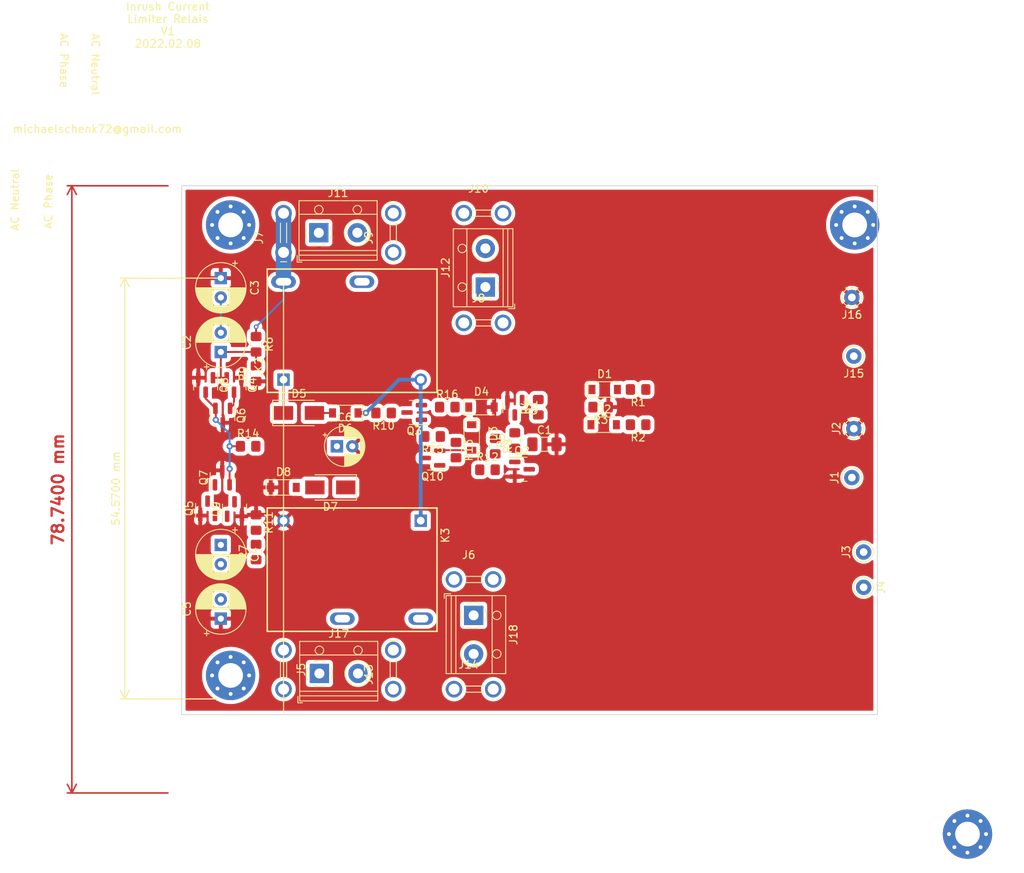
<source format=kicad_pcb>
(kicad_pcb (version 20211014) (generator pcbnew)
  (layers (0 "F.Cu" signal) (31 "B.Cu" signal) (34 "B.Paste" user) (35 "F.Paste" user) (36 "B.SilkS" user "B.Silkscreen") (37 "F.SilkS" user "F.Silkscreen") (38 "B.Mask" user) (39 "F.Mask" user) (44 "Edge.Cuts" user))
  (net 0 "")
  (net 1 "Net-(C1-Pad1)")
  (net 2 "Net-(C2-Pad1)")
  (net 3 "Net-(C2-Pad2)")
  (net 4 "Net-(C4-Pad1)")
  (net 5 "Net-(C4-Pad2)")
  (net 6 "GND")
  (net 7 "Net-(Q1-Pad1)")
  (net 8 "Net-(D5-Pad2)")
  (net 9 "Net-(C6-Pad1)")
  (net 10 "Net-(D1-Pad1)")
  (net 11 "Net-(D7-Pad2)")
  (net 12 "Net-(D1-Pad2)")
  (net 13 "Net-(J3-Pad1)")
  (net 14 "Net-(J12-Pad1)")
  (net 15 "Net-(J10-Pad1)")
  (net 16 "Net-(D2-Pad2)")
  (net 17 "Net-(D3-Pad1)")
  (net 18 "Net-(D3-Pad2)")
  (net 19 "Net-(J4-Pad1)")
  (net 20 "INL+")
  (net 21 "INR+")
  (net 22 "Net-(J13-Pad1)")
  (net 23 "Net-(D5-Pad1)")
  (net 24 "Net-(Q1-Pad3)")
  (net 25 "Net-(Q2-Pad3)")
  (net 26 "Net-(D6-Pad1)")
  (net 27 "Net-(Q3-Pad3)")
  (net 28 "Net-(Q4-Pad3)")
  (net 29 "Net-(Q5-Pad3)")
  (net 30 "Net-(Q6-Pad2)")
  (net 31 "Net-(J18-Pad1)")
  (net 32 "Net-(J15-Pad1)")
  (net 33 "Net-(Q10-Pad3)")
  (footprint "Diode_SMD:D_SOD-123" (layer "F.Cu") (at 95.758 94.996)
    (fp_text reference "D8" (at 0 -2) (layer "F.SilkS"))
    (fp_text value "MMSZ5254 (27V)")
    (pad "1" smd rect (at -1.65 0) (size 0.9 1.2) (layers "F.Cu" "F.Paste" "F.Mask") (net 6 "GND"))
    (pad "2" smd rect (at 1.65 0) (size 0.9 1.2) (layers "F.Cu" "F.Paste" "F.Mask") (net 11 "Net-(D7-Pad2)"))
  )
  (footprint "Resistor_SMD:R_0805_2012Metric_Pad1.20x1.40mm_HandSolder" (layer "F.Cu") (at 92.202 99.552 -90)
    (fp_text reference "R11" (at 0 -1.65 90) (layer "F.SilkS"))
    (fp_text value "22k")
    (pad "1" smd roundrect (at -1 0 270) (size 1.2 1.4) (layers "F.Cu" "F.Paste" "F.Mask") (roundrect_rratio 0.208333) (net 6 "GND"))
    (pad "2" smd roundrect (at 1 0 270) (size 1.2 1.4) (layers "F.Cu" "F.Paste" "F.Mask") (roundrect_rratio 0.208333) (net 4 "Net-(C4-Pad1)"))
  )
  (footprint "Diode_SMD:D_SOD-123" (layer "F.Cu") (at 121.412 84.582)
    (fp_text reference "D4" (at 0 -2) (layer "F.SilkS"))
    (fp_text value "MMSZ5245 (15V)")
    (pad "1" smd rect (at -1.65 0) (size 0.9 1.2) (layers "F.Cu" "F.Paste" "F.Mask") (net 17 "Net-(D3-Pad1)"))
    (pad "2" smd rect (at 1.65 0) (size 0.9 1.2) (layers "F.Cu" "F.Paste" "F.Mask") (net 6 "GND"))
  )
  (footprint "Resistor_SMD:R_0805_2012Metric_Pad1.20x1.40mm_HandSolder" (layer "F.Cu") (at 116.984 84.582)
    (fp_text reference "R16" (at 0 -1.65) (layer "F.SilkS"))
    (fp_text value "47k")
    (pad "1" smd roundrect (at -1 0) (size 1.2 1.4) (layers "F.Cu" "F.Paste" "F.Mask") (roundrect_rratio 0.208333) (net 32 "Net-(J15-Pad1)"))
    (pad "2" smd roundrect (at 1 0) (size 1.2 1.4) (layers "F.Cu" "F.Paste" "F.Mask") (roundrect_rratio 0.208333) (net 17 "Net-(D3-Pad1)"))
  )
  (footprint "Package_TO_SOT_SMD:SOT-23" (layer "F.Cu") (at 89.342 81.7095 -90)
    (fp_text reference "Q4" (at 0 -2.4 90) (layer "F.SilkS"))
    (fp_text value "MMBTA42")
    (pad "1" smd roundrect (at -0.9375 -0.95 270) (size 1.475 0.6) (layers "F.Cu" "F.Paste" "F.Mask") (net 6 "GND"))
    (pad "2" smd roundrect (at -0.9375 0.95 270) (size 1.475 0.6) (layers "F.Cu" "F.Paste" "F.Mask") (net 2 "Net-(C2-Pad1)"))
    (pad "3" smd roundrect (at 0.9375 0 270) (size 1.475 0.6) (layers "F.Cu" "F.Paste" "F.Mask") (net 28 "Net-(Q4-Pad3)"))
  )
  (footprint "Resistor_SMD:R_0805_2012Metric_Pad1.20x1.40mm_HandSolder" (layer "F.Cu") (at 118.11 90.154 -90)
    (fp_text reference "R13" (at 0 -1.65 90) (layer "F.SilkS"))
    (fp_text value "220k")
    (pad "1" smd roundrect (at -1 0 270) (size 1.2 1.4) (layers "F.Cu" "F.Paste" "F.Mask") (roundrect_rratio 0.208333) (net 32 "Net-(J15-Pad1)"))
    (pad "2" smd roundrect (at 1 0 270) (size 1.2 1.4) (layers "F.Cu" "F.Paste" "F.Mask") (roundrect_rratio 0.208333) (net 9 "Net-(C6-Pad1)"))
  )
  (footprint "TerminalBlock_RND:TerminalBlock_RND_205-00012_1x02_P5.00mm_Horizontal" (layer "F.Cu") (at 121.92 69.008 90)
    (fp_text reference "J12" (at 2.5 -5.16 90) (layer "F.SilkS"))
    (fp_text value "OUTR")
    (pad "1" thru_hole rect (at 0 0 90) (size 2.5 2.5) (drill 1.3) (layers *.Cu *.Mask) (net 14 "Net-(J12-Pad1)"))
    (pad "2" thru_hole circle (at 5 0 90) (size 2.5 2.5) (drill 1.3) (layers *.Cu *.Mask) (net 15 "Net-(J10-Pad1)"))
  )
  (footprint "Resistor_SMD:R_0805_2012Metric_Pad1.20x1.40mm_HandSolder" (layer "F.Cu") (at 122.19 92.71)
    (fp_text reference "R12" (at 0 -1.65) (layer "F.SilkS"))
    (fp_text value "100R")
    (pad "1" smd roundrect (at -1 0) (size 1.2 1.4) (layers "F.Cu" "F.Paste" "F.Mask") (roundrect_rratio 0.208333) (net 9 "Net-(C6-Pad1)"))
    (pad "2" smd roundrect (at 1 0) (size 1.2 1.4) (layers "F.Cu" "F.Paste" "F.Mask") (roundrect_rratio 0.208333) (net 25 "Net-(Q2-Pad3)"))
  )
  (footprint "kicad-snk:TE_62409-1" (layer "F.Cu") (at 121.666 73.66)
    (fp_text reference "J8" (at -0.636045 -3.180265) (layer "F.SilkS") (effects (font (size 1.001661 1.001661))))
    (fp_text value "OUTR+")
    (pad "1" thru_hole circle (at -2.54 0) (size 2.145 2.145) (drill 1.43) (layers *.Cu *.Mask) (net 14 "Net-(J12-Pad1)"))
    (pad "2" thru_hole circle (at 2.54 0) (size 2.145 2.145) (drill 1.43) (layers *.Cu *.Mask) (net 14 "Net-(J12-Pad1)"))
  )
  (footprint "Resistor_SMD:R_0805_2012Metric_Pad1.20x1.40mm_HandSolder" (layer "F.Cu") (at 141.716 86.868 180)
    (fp_text reference "R2" (at 0 -1.65) (layer "F.SilkS"))
    (fp_text value "22k")
    (pad "1" smd roundrect (at -1 0 180) (size 1.2 1.4) (layers "F.Cu" "F.Paste" "F.Mask") (roundrect_rratio 0.208333) (net 19 "Net-(J4-Pad1)"))
    (pad "2" smd roundrect (at 1 0 180) (size 1.2 1.4) (layers "F.Cu" "F.Paste" "F.Mask") (roundrect_rratio 0.208333) (net 16 "Net-(D2-Pad2)"))
  )
  (footprint "Package_TO_SOT_SMD:SOT-23" (layer "F.Cu") (at 87.884 85.6765 -90)
    (fp_text reference "Q6" (at 0 -2.4 90) (layer "F.SilkS"))
    (fp_text value "MMBTA92")
    (pad "1" smd roundrect (at -0.9375 -0.95 270) (size 1.475 0.6) (layers "F.Cu" "F.Paste" "F.Mask") (net 28 "Net-(Q4-Pad3)"))
    (pad "2" smd roundrect (at -0.9375 0.95 270) (size 1.475 0.6) (layers "F.Cu" "F.Paste" "F.Mask") (net 30 "Net-(Q6-Pad2)"))
    (pad "3" smd roundrect (at 0.9375 0 270) (size 1.475 0.6) (layers "F.Cu" "F.Paste" "F.Mask") (net 6 "GND"))
  )
  (footprint "Resistor_SMD:R_0805_2012Metric_Pad1.20x1.40mm_HandSolder" (layer "F.Cu") (at 91.17 89.662)
    (fp_text reference "R14" (at 0 -1.65) (layer "F.SilkS"))
    (fp_text value "10R")
    (pad "1" smd roundrect (at -1 0) (size 1.2 1.4) (layers "F.Cu" "F.Paste" "F.Mask") (roundrect_rratio 0.208333) (net 30 "Net-(Q6-Pad2)"))
    (pad "2" smd roundrect (at 1 0) (size 1.2 1.4) (layers "F.Cu" "F.Paste" "F.Mask") (roundrect_rratio 0.208333) (net 9 "Net-(C6-Pad1)"))
  )
  (footprint "Capacitor_THT:CP_Radial_D6.3mm_P2.50mm" (layer "F.Cu") (at 87.63 67.858 -90)
    (fp_text reference "C3" (at 1.25 -4.4 90) (layer "F.SilkS"))
    (fp_text value "47uF/50V")
    (pad "1" thru_hole rect (at 0 0 270) (size 1.6 1.6) (drill 0.8) (layers *.Cu *.Mask) (net 6 "GND"))
    (pad "2" thru_hole circle (at 2.5 0 270) (size 1.6 1.6) (drill 0.8) (layers *.Cu *.Mask) (net 3 "Net-(C2-Pad2)"))
  )
  (footprint "Connector_Pin:Pin_D1.0mm_L10.0mm" (layer "F.Cu") (at 169.672 87.376 -90)
    (fp_text reference "J2" (at 0 2.25 -90) (layer "F.SilkS"))
    (fp_text value "AC_DET_GND")
    (pad "1" thru_hole circle (at 0 0 270) (size 2 2) (drill 1) (layers *.Cu *.Mask) (net 6 "GND"))
  )
  (footprint "kicad-snk:TE_62409-1" (layer "F.Cu") (at 120.396 121.158)
    (fp_text reference "J14" (at -0.636045 -3.180265) (layer "F.SilkS") (effects (font (size 1.001661 1.001661))))
    (fp_text value "OUTL-")
    (pad "1" thru_hole circle (at -2.54 0) (size 2.145 2.145) (drill 1.43) (layers *.Cu *.Mask) (net 22 "Net-(J13-Pad1)"))
    (pad "2" thru_hole circle (at 2.54 0) (size 2.145 2.145) (drill 1.43) (layers *.Cu *.Mask) (net 22 "Net-(J13-Pad1)"))
  )
  (footprint "Connector_Pin:Pin_D1.0mm_L10.0mm" (layer "F.Cu") (at 170.942 107.95 90)
    (fp_text reference "J4" (at 0 2.25 90) (layer "F.SilkS"))
    (fp_text value "AC_DET_AC")
    (pad "1" thru_hole circle (at 0 0 90) (size 2 2) (drill 1) (layers *.Cu *.Mask) (net 19 "Net-(J4-Pad1)"))
  )
  (footprint "Connector_Pin:Pin_D1.0mm_L10.0mm" (layer "F.Cu") (at 169.418 93.726 -90)
    (fp_text reference "J1" (at 0 2.25 -90) (layer "F.SilkS"))
    (fp_text value "AC_DET_IN")
    (pad "1" thru_hole circle (at 0 0 270) (size 2 2) (drill 1) (layers *.Cu *.Mask) (net 10 "Net-(D1-Pad1)"))
  )
  (footprint "Resistor_SMD:R_0805_2012Metric_Pad1.20x1.40mm_HandSolder" (layer "F.Cu") (at 123.19 89.646 -90)
    (fp_text reference "R8" (at 0 -1.65 -90) (layer "F.SilkS"))
    (fp_text value "100k")
    (pad "1" smd roundrect (at -1 0 270) (size 1.2 1.4) (layers "F.Cu" "F.Paste" "F.Mask") (roundrect_rratio 0.208333) (net 32 "Net-(J15-Pad1)"))
    (pad "2" smd roundrect (at 1 0 270) (size 1.2 1.4) (layers "F.Cu" "F.Paste" "F.Mask") (roundrect_rratio 0.208333) (net 1 "Net-(C1-Pad1)"))
  )
  (footprint "TerminalBlock_RND:TerminalBlock_RND_205-00012_1x02_P5.00mm_Horizontal" (layer "F.Cu") (at 100.33 61.976)
    (fp_text reference "J11" (at 2.5 -5.16) (layer "F.SilkS"))
    (fp_text value "INR")
    (pad "1" thru_hole rect (at 0 0) (size 2.5 2.5) (drill 1.3) (layers *.Cu *.Mask) (net 21 "INR+"))
    (pad "2" thru_hole circle (at 5 0) (size 2.5 2.5) (drill 1.3) (layers *.Cu *.Mask) (net 15 "Net-(J10-Pad1)"))
  )
  (footprint "Connector_Pin:Pin_D1.0mm_L10.0mm" (layer "F.Cu") (at 170.942 103.378 -90)
    (fp_text reference "J3" (at 0 2.25 -90) (layer "F.SilkS"))
    (fp_text value "AC_DET_AC")
    (pad "1" thru_hole circle (at 0 0 270) (size 2 2) (drill 1) (layers *.Cu *.Mask) (net 13 "Net-(J3-Pad1)"))
  )
  (footprint "Connector_Pin:Pin_D1.0mm_L10.0mm" (layer "F.Cu") (at 169.418 70.358)
    (fp_text reference "J16" (at 0 2.25) (layer "F.SilkS"))
    (fp_text value "GND")
    (pad "1" thru_hole circle (at 0 0) (size 2 2) (drill 1) (layers *.Cu *.Mask) (net 6 "GND"))
  )
  (footprint "Resistor_SMD:R_0805_2012Metric_Pad1.20x1.40mm_HandSolder" (layer "F.Cu") (at 108.728 85.344 180)
    (fp_text reference "R10" (at 0 -1.65) (layer "F.SilkS"))
    (fp_text value "100R")
    (pad "1" smd roundrect (at -1 0 180) (size 1.2 1.4) (layers "F.Cu" "F.Paste" "F.Mask") (roundrect_rratio 0.208333) (net 27 "Net-(Q3-Pad3)"))
    (pad "2" smd roundrect (at 1 0 180) (size 1.2 1.4) (layers "F.Cu" "F.Paste" "F.Mask") (roundrect_rratio 0.208333) (net 23 "Net-(D5-Pad1)"))
  )
  (footprint "TerminalBlock_RND:TerminalBlock_RND_205-00012_1x02_P5.00mm_Horizontal" (layer "F.Cu") (at 120.396 111.586 -90)
    (fp_text reference "J18" (at 2.5 -5.16 90) (layer "F.SilkS"))
    (fp_text value "OUTL")
    (pad "1" thru_hole rect (at 0 0 270) (size 2.5 2.5) (drill 1.3) (layers *.Cu *.Mask) (net 31 "Net-(J18-Pad1)"))
    (pad "2" thru_hole circle (at 5 0 270) (size 2.5 2.5) (drill 1.3) (layers *.Cu *.Mask) (net 22 "Net-(J13-Pad1)"))
  )
  (footprint "kicad-snk:TE_62409-1" (layer "F.Cu") (at 109.982 118.618 90)
    (fp_text reference "J13" (at -0.636045 -3.180265 90) (layer "F.SilkS") (effects (font (size 1.001661 1.001661))))
    (fp_text value "INL-")
    (pad "1" thru_hole circle (at -2.54 0 90) (size 2.145 2.145) (drill 1.43) (layers *.Cu *.Mask) (net 22 "Net-(J13-Pad1)"))
    (pad "2" thru_hole circle (at 2.54 0 90) (size 2.145 2.145) (drill 1.43) (layers *.Cu *.Mask) (net 22 "Net-(J13-Pad1)"))
  )
  (footprint "Package_TO_SOT_SMD:SOT-23" (layer "F.Cu") (at 85.918 97.7115 90)
    (fp_text reference "Q5" (at 0 -2.4 90) (layer "F.SilkS"))
    (fp_text value "MMBTA42")
    (pad "1" smd roundrect (at -0.9375 -0.95 90) (size 1.475 0.6) (layers "F.Cu" "F.Paste" "F.Mask") (net 6 "GND"))
    (pad "2" smd roundrect (at -0.9375 0.95 90) (size 1.475 0.6) (layers "F.Cu" "F.Paste" "F.Mask") (net 4 "Net-(C4-Pad1)"))
    (pad "3" smd roundrect (at 0.9375 0 90) (size 1.475 0.6) (layers "F.Cu" "F.Paste" "F.Mask") (net 29 "Net-(Q5-Pad3)"))
  )
  (footprint "Package_TO_SOT_SMD:SOT-23" (layer "F.Cu") (at 112.6975 85.278 180)
    (fp_text reference "Q3" (at 0 -2.4) (layer "F.SilkS"))
    (fp_text value "MMBTA92")
    (pad "1" smd roundrect (at -0.9375 -0.95 180) (size 1.475 0.6) (layers "F.Cu" "F.Paste" "F.Mask") (net 33 "Net-(Q10-Pad3)"))
    (pad "2" smd roundrect (at -0.9375 0.95 180) (size 1.475 0.6) (layers "F.Cu" "F.Paste" "F.Mask") (net 32 "Net-(J15-Pad1)"))
    (pad "3" smd roundrect (at 0.9375 0 180) (size 1.475 0.6) (layers "F.Cu" "F.Paste" "F.Mask") (net 27 "Net-(Q3-Pad3)"))
  )
  (footprint "MountingHole:MountingHole_3.2mm_M3_Pad_Via" (layer "F.Cu") (at 88.9 60.96)
    (fp_text reference "MK1" hide)
    (fp_text value "Mounting_Hole_PAD")
    (pad "1" thru_hole circle (at 0 2.4) (size 0.8 0.8) (drill 0.5) (layers *.Cu *.Mask))
    (pad "1" thru_hole circle (at -2.4 0) (size 0.8 0.8) (drill 0.5) (layers *.Cu *.Mask))
    (pad "1" thru_hole circle (at 0 0) (size 6.4 6.4) (drill 3.2) (layers *.Cu *.Mask))
    (pad "1" thru_hole circle (at -1.697056 1.697056) (size 0.8 0.8) (drill 0.5) (layers *.Cu *.Mask))
    (pad "1" thru_hole circle (at 0 -2.4) (size 0.8 0.8) (drill 0.5) (layers *.Cu *.Mask))
    (pad "1" thru_hole circle (at 1.697056 1.697056) (size 0.8 0.8) (drill 0.5) (layers *.Cu *.Mask))
    (pad "1" thru_hole circle (at 1.697056 -1.697056) (size 0.8 0.8) (drill 0.5) (layers *.Cu *.Mask))
    (pad "1" thru_hole circle (at -1.697056 -1.697056) (size 0.8 0.8) (drill 0.5) (layers *.Cu *.Mask))
    (pad "1" thru_hole circle (at 2.4 0) (size 0.8 0.8) (drill 0.5) (layers *.Cu *.Mask))
  )
  (footprint "Package_TO_SOT_SMD:SOT-23" (layer "F.Cu") (at 125.73 84.6605 -90)
    (fp_text reference "Q1" (at 0 -2.4 -270) (layer "F.SilkS"))
    (fp_text value "MMBTA42")
    (pad "1" smd roundrect (at -0.9375 -0.95 270) (size 1.475 0.6) (layers "F.Cu" "F.Paste" "F.Mask") (net 7 "Net-(Q1-Pad1)"))
    (pad "2" smd roundrect (at -0.9375 0.95 270) (size 1.475 0.6) (layers "F.Cu" "F.Paste" "F.Mask") (net 6 "GND"))
    (pad "3" smd roundrect (at 0.9375 0 270) (size 1.475 0.6) (layers "F.Cu" "F.Paste" "F.Mask") (net 24 "Net-(Q1-Pad3)"))
  )
  (footprint "kicad-snk:TE_62409-1" (layer "F.Cu") (at 121.666 59.436)
    (fp_text reference "J10" (at -0.636045 -3.180265) (layer "F.SilkS") (effects (font (size 1.001661 1.001661))))
    (fp_text value "OUTR-")
    (pad "1" thru_hole circle (at -2.54 0) (size 2.145 2.145) (drill 1.43) (layers *.Cu *.Mask) (net 15 "Net-(J10-Pad1)"))
    (pad "2" thru_hole circle (at 2.54 0) (size 2.145 2.145) (drill 1.43) (layers *.Cu *.Mask) (net 15 "Net-(J10-Pad1)"))
  )
  (footprint "Package_TO_SOT_SMD:SOT-23" (layer "F.Cu") (at 126.6675 92.644)
    (fp_text reference "Q2" (at 0 -2.4) (layer "F.SilkS"))
    (fp_text value "MMBTA42")
    (pad "1" smd roundrect (at -0.9375 -0.95) (size 1.475 0.6) (layers "F.Cu" "F.Paste" "F.Mask") (net 1 "Net-(C1-Pad1)"))
    (pad "2" smd roundrect (at -0.9375 0.95) (size 1.475 0.6) (layers "F.Cu" "F.Paste" "F.Mask") (net 6 "GND"))
    (pad "3" smd roundrect (at 0.9375 0) (size 1.475 0.6) (layers "F.Cu" "F.Paste" "F.Mask") (net 25 "Net-(Q2-Pad3)"))
  )
  (footprint "TerminalBlock_RND:TerminalBlock_RND_205-00012_1x02_P5.00mm_Horizontal" (layer "F.Cu") (at 100.41 119.126)
    (fp_text reference "J17" (at 2.5 -5.16) (layer "F.SilkS"))
    (fp_text value "INL")
    (pad "1" thru_hole rect (at 0 0) (size 2.5 2.5) (drill 1.3) (layers *.Cu *.Mask) (net 20 "INL+"))
    (pad "2" thru_hole circle (at 5 0) (size 2.5 2.5) (drill 1.3) (layers *.Cu *.Mask) (net 22 "Net-(J13-Pad1)"))
  )
  (footprint "Resistor_SMD:R_0805_2012Metric_Pad1.20x1.40mm_HandSolder" (layer "F.Cu") (at 92.202 76.438 -90)
    (fp_text reference "R6" (at 0 -1.65 -270) (layer "F.SilkS"))
    (fp_text value "47k")
    (pad "1" smd roundrect (at -1 0 270) (size 1.2 1.4) (layers "F.Cu" "F.Paste" "F.Mask") (roundrect_rratio 0.208333) (net 21 "INR+"))
    (pad "2" smd roundrect (at 1 0 270) (size 1.2 1.4) (layers "F.Cu" "F.Paste" "F.Mask") (roundrect_rratio 0.208333) (net 2 "Net-(C2-Pad1)"))
  )
  (footprint "kicad-snk:TE_62409-1" (layer "F.Cu") (at 120.396 106.934)
    (fp_text reference "J6" (at -0.636045 -3.180265) (layer "F.SilkS") (effects (font (size 1.001661 1.001661))))
    (fp_text value "OUTL+")
    (pad "1" thru_hole circle (at -2.54 0) (size 2.145 2.145) (drill 1.43) (layers *.Cu *.Mask) (net 31 "Net-(J18-Pad1)"))
    (pad "2" thru_hole circle (at 2.54 0) (size 2.145 2.145) (drill 1.43) (layers *.Cu *.Mask) (net 31 "Net-(J18-Pad1)"))
  )
  (footprint "MountingHole:MountingHole_3.2mm_M3_Pad_Via" (layer "F.Cu") (at 169.781077 60.96)
    (fp_text reference "MK4" hide)
    (fp_text value "Mounting_Hole_PAD")
    (pad "1" thru_hole circle (at -1.697056 -1.697056) (size 0.8 0.8) (drill 0.5) (layers *.Cu *.Mask))
    (pad "1" thru_hole circle (at 0 2.4) (size 0.8 0.8) (drill 0.5) (layers *.Cu *.Mask))
    (pad "1" thru_hole circle (at 2.4 0) (size 0.8 0.8) (drill 0.5) (layers *.Cu *.Mask))
    (pad "1" thru_hole circle (at -2.4 0) (size 0.8 0.8) (drill 0.5) (layers *.Cu *.Mask))
    (pad "1" thru_hole circle (at -1.697056 1.697056) (size 0.8 0.8) (drill 0.5) (layers *.Cu *.Mask))
    (pad "1" thru_hole circle (at 1.697056 1.697056) (size 0.8 0.8) (drill 0.5) (layers *.Cu *.Mask))
    (pad "1" thru_hole circle (at 0 -2.4) (size 0.8 0.8) (drill 0.5) (layers *.Cu *.Mask))
    (pad "1" thru_hole circle (at 0 0) (size 6.4 6.4) (drill 3.2) (layers *.Cu *.Mask))
    (pad "1" thru_hole circle (at 1.697056 -1.697056) (size 0.8 0.8) (drill 0.5) (layers *.Cu *.Mask))
  )
  (footprint "Capacitor_THT:CP_Radial_D6.3mm_P2.50mm" (layer "F.Cu") (at 87.63 77.43 90)
    (fp_text reference "C2" (at 1.25 -4.4 90) (layer "F.SilkS"))
    (fp_text value "47uF/50V")
    (pad "1" thru_hole rect (at 0 0 90) (size 1.6 1.6) (drill 0.8) (layers *.Cu *.Mask) (net 2 "Net-(C2-Pad1)"))
    (pad "2" thru_hole circle (at 2.5 0 90) (size 1.6 1.6) (drill 0.8) (layers *.Cu *.Mask) (net 3 "Net-(C2-Pad2)"))
  )
  (footprint "Capacitor_THT:CP_Radial_D5.0mm_P2.00mm" (layer "F.Cu") (at 102.676888 89.662)
    (fp_text reference "C6" (at 1 -3.75) (layer "F.SilkS"))
    (fp_text value "22uF/50V")
    (pad "1" thru_hole rect (at 0 0) (size 1.6 1.6) (drill 0.8) (layers *.Cu *.Mask) (net 9 "Net-(C6-Pad1)"))
    (pad "2" thru_hole circle (at 2 0) (size 1.6 1.6) (drill 0.8) (layers *.Cu *.Mask) (net 6 "GND"))
  )
  (footprint "Diode_SMD:D_SOD-123" (layer "F.Cu") (at 137.382 82.296)
    (fp_text reference "D1" (at 0 -2) (layer "F.SilkS"))
    (fp_text value "1N914")
    (pad "1" smd rect (at -1.65 0) (size 0.9 1.2) (layers "F.Cu" "F.Paste" "F.Mask") (net 10 "Net-(D1-Pad1)"))
    (pad "2" smd rect (at 1.65 0) (size 0.9 1.2) (layers "F.Cu" "F.Paste" "F.Mask") (net 12 "Net-(D1-Pad2)"))
  )
  (footprint "Resistor_SMD:R_0805_2012Metric_Pad1.20x1.40mm_HandSolder" (layer "F.Cu") (at 128.778 84.598 90)
    (fp_text reference "R4" (at 0 -1.65 90) (layer "F.SilkS"))
    (fp_text value "100R")
    (pad "1" smd roundrect (at -1 0 90) (size 1.2 1.4) (layers "F.Cu" "F.Paste" "F.Mask") (roundrect_rratio 0.208333) (net 10 "Net-(D1-Pad1)"))
    (pad "2" smd roundrect (at 1 0 90) (size 1.2 1.4) (layers "F.Cu" "F.Paste" "F.Mask") (roundrect_rratio 0.208333) (net 7 "Net-(Q1-Pad1)"))
  )
  (footprint "kicad-snk:TE_62409-1" (layer "F.Cu") (at 95.758 61.976 90)
    (fp_text reference "J7" (at -0.636045 -3.180265 90) (layer "F.SilkS") (effects (font (size 1.001661 1.001661))))
    (fp_text value "INR+")
    (pad "1" thru_hole circle (at -2.54 0 90) (size 2.145 2.145) (drill 1.43) (layers *.Cu *.Mask) (net 21 "INR+"))
    (pad "2" thru_hole circle (at 2.54 0 90) (size 2.145 2.145) (drill 1.43) (layers *.Cu *.Mask) (net 21 "INR+"))
  )
  (footprint "Capacitor_SMD:C_1206_3216Metric_Pad1.33x1.80mm_HandSolder" (layer "F.Cu") (at 129.5785 89.408)
    (fp_text reference "C1" (at 0 -1.85) (layer "F.SilkS"))
    (fp_text value "470nF")
    (pad "1" smd roundrect (at -1.5625 0) (size 1.325 1.8) (layers "F.Cu" "F.Paste" "F.Mask") (roundrect_rratio 0.188679) (net 1 "Net-(C1-Pad1)"))
    (pad "2" smd roundrect (at 1.5625 0) (size 1.325 1.8) (layers "F.Cu" "F.Paste" "F.Mask") (roundrect_rratio 0.188679) (net 6 "GND"))
  )
  (footprint "Resistor_SMD:R_0805_2012Metric_Pad1.20x1.40mm_HandSolder" (layer "F.Cu") (at 125.73 88.916 90)
    (fp_text reference "R5" (at 0 -1.778 90) (layer "F.SilkS"))
    (fp_text value "100R")
    (pad "1" smd roundrect (at -1 0 90) (size 1.2 1.4) (layers "F.Cu" "F.Paste" "F.Mask") (roundrect_rratio 0.208333) (net 1 "Net-(C1-Pad1)"))
    (pad "2" smd roundrect (at 1 0 90) (size 1.2 1.4) (layers "F.Cu" "F.Paste" "F.Mask") (roundrect_rratio 0.208333) (net 24 "Net-(Q1-Pad3)"))
  )
  (footprint "Connector_Pin:Pin_D1.0mm_L10.0mm" (layer "F.Cu") (at 169.672 77.978)
    (fp_text reference "J15" (at 0 2.25) (layer "F.SilkS"))
    (fp_text value "+50V")
    (pad "1" thru_hole circle (at 0 0) (size 2 2) (drill 1) (layers *.Cu *.Mask) (net 32 "Net-(J15-Pad1)"))
  )
  (footprint "Resistor_SMD:R_0805_2012Metric_Pad1.20x1.40mm_HandSolder" (layer "F.Cu") (at 136.858 84.582 180)
    (fp_text reference "R3" (at 0 -1.65) (layer "F.SilkS"))
    (fp_text value "10k")
    (pad "1" smd roundrect (at -1 0 180) (size 1.2 1.4) (layers "F.Cu" "F.Paste" "F.Mask") (roundrect_rratio 0.208333) (net 6 "GND"))
    (pad "2" smd roundrect (at 1 0 180) (size 1.2 1.4) (layers "F.Cu" "F.Paste" "F.Mask") (roundrect_rratio 0.208333) (net 10 "Net-(D1-Pad1)"))
  )
  (footprint "Resistor_SMD:R_0805_2012Metric_Pad1.20x1.40mm_HandSolder" (layer "F.Cu") (at 115.078 88.392 180)
    (fp_text reference "R15" (at 0 -1.65) (layer "F.SilkS"))
    (fp_text value "6.8k")
    (pad "1" smd roundrect (at -1 0 180) (size 1.2 1.4) (layers "F.Cu" "F.Paste" "F.Mask") (roundrect_rratio 0.208333) (net 32 "Net-(J15-Pad1)"))
    (pad "2" smd roundrect (at 1 0 180) (size 1.2 1.4) (layers "F.Cu" "F.Paste" "F.Mask") (roundrect_rratio 0.208333) (net 33 "Net-(Q10-Pad3)"))
  )
  (footprint "Package_TO_SOT_SMD:SOT-23" (layer "F.Cu") (at 89.408 97.799863 90)
    (fp_text reference "Q9" (at 0 -2.4 90) (layer "F.SilkS"))
    (fp_text value "MMBTA42")
    (pad "1" smd roundrect (at -0.9375 -0.95 90) (size 1.475 0.6) (layers "F.Cu" "F.Paste" "F.Mask") (net 4 "Net-(C4-Pad1)"))
    (pad "2" smd roundrect (at -0.9375 0.95 90) (size 1.475 0.6) (layers "F.Cu" "F.Paste" "F.Mask") (net 6 "GND"))
    (pad "3" smd roundrect (at 0.9375 0 90) (size 1.475 0.6) (layers "F.Cu" "F.Paste" "F.Mask") (net 30 "Net-(Q6-Pad2)"))
  )
  (footprint "Diode_SMD:D_SOD-123" (layer "F.Cu") (at 120.142 88.52 -90)
    (fp_text reference "D3" (at -0.508 -2.794 90) (layer "F.SilkS"))
    (fp_text value "1N914")
    (pad "1" smd rect (at -1.65 0 270) (size 0.9 1.2) (layers "F.Cu" "F.Paste" "F.Mask") (net 17 "Net-(D3-Pad1)"))
    (pad "2" smd rect (at 1.65 0 270) (size 0.9 1.2) (layers "F.Cu" "F.Paste" "F.Mask") (net 18 "Net-(D3-Pad2)"))
  )
  (footprint "kicad-snk:TE_62409-1" (layer "F.Cu") (at 109.982 61.976 90)
    (fp_text reference "J9" (at -0.636045 -3.180265 90) (layer "F.SilkS") (effects (font (size 1.001661 1.001661))))
    (fp_text value "INR-")
    (pad "1" thru_hole circle (at -2.54 0 90) (size 2.145 2.145) (drill 1.43) (layers *.Cu *.Mask) (net 15 "Net-(J10-Pad1)"))
    (pad "2" thru_hole circle (at 2.54 0 90) (size 2.145 2.145) (drill 1.43) (layers *.Cu *.Mask) (net 15 "Net-(J10-Pad1)"))
  )
  (footprint "kicad-snk:TE_62409-1" (layer "F.Cu") (at 95.758 118.618 90)
    (fp_text reference "J5" (at 0 2.286 270) (layer "F.SilkS") (effects (font (size 1.001661 1.001661))))
    (fp_text value "INL+")
    (pad "1" thru_hole circle (at -2.54 0 90) (size 2.145 2.145) (drill 1.43) (layers *.Cu *.Mask) (net 20 "INL+"))
    (pad "2" thru_hole circle (at 2.54 0 90) (size 2.145 2.145) (drill 1.43) (layers *.Cu *.Mask) (net 20 "INL+"))
  )
  (footprint "Capacitor_THT:CP_Radial_D6.3mm_P2.50mm" (layer "F.Cu") (at 87.63 102.449621 -90)
    (fp_text reference "C4" (at 1.25 -4.4 90) (layer "F.SilkS"))
    (fp_text value "47uF/50V")
    (pad "1" thru_hole rect (at 0 0 270) (size 1.6 1.6) (drill 0.8) (layers *.Cu *.Mask) (net 4 "Net-(C4-Pad1)"))
    (pad "2" thru_hole circle (at 2.5 0 270) (size 1.6 1.6) (drill 0.8) (layers *.Cu *.Mask) (net 5 "Net-(C4-Pad2)"))
  )
  (footprint "Package_TO_SOT_SMD:SOT-23" (layer "F.Cu") (at 115.062 91.186 180)
    (fp_text reference "Q10" (at 0 -2.4) (layer "F.SilkS"))
    (fp_text value "MMBTA42")
    (pad "1" smd roundrect (at -0.9375 -0.95 180) (size 1.475 0.6) (layers "F.Cu" "F.Paste" "F.Mask") (net 9 "Net-(C6-Pad1)"))
    (pad "2" smd roundrect (at -0.9375 0.95 180) (size 1.475 0.6) (layers "F.Cu" "F.Paste" "F.Mask") (net 18 "Net-(D3-Pad2)"))
    (pad "3" smd roundrect (at 0.9375 0 180) (size 1.475 0.6) (layers "F.Cu" "F.Paste" "F.Mask") (net 33 "Net-(Q10-Pad3)"))
  )
  (footprint "kicad-snk:RELAY_G5CA-1A-E-DC5" (layer "F.Cu") (at 104.648 74.676 90)
    (fp_text reference "K2" (at -4.448055 -12.073235 90) (layer "F.SilkS") (effects (font (size 1.000685 1.000685))))
    (fp_text value "G5CA-1A-E-DC5")
    (pad "1" thru_hole rect (at -6.35 -8.89 90) (size 1.6 1.6) (drill 1) (layers *.Cu *.Mask) (net 23 "Net-(D5-Pad1)"))
    (pad "2" thru_hole circle (at -6.35 8.89 90) (size 1.6 1.6) (drill 1) (layers *.Cu *.Mask) (net 26 "Net-(D6-Pad1)"))
    (pad "3" thru_hole oval (at 6.35 1.27 90) (size 1.6 3.2) (drill oval 1 2) (layers *.Cu *.Mask) (net 14 "Net-(J12-Pad1)"))
    (pad "4" thru_hole oval (at 6.35 -8.89 90) (size 1.6 3.2) (drill oval 1 2) (layers *.Cu *.Mask) (net 21 "INR+"))
  )
  (footprint "Diode_SMD:D_SMA" (layer "F.Cu") (at 101.822 94.996 180)
    (fp_text reference "D7" (at 0 -2.5) (layer "F.SilkS"))
    (fp_text value "MRA4007T3G")
    (pad "1" smd rect (at -2 0 180) (size 2.5 1.8) (layers "F.Cu" "F.Paste" "F.Mask") (net 26 "Net-(D6-Pad1)"))
    (pad "2" smd rect (at 2 0 180) (size 2.5 1.8) (layers "F.Cu" "F.Paste" "F.Mask") (net 11 "Net-(D7-Pad2)"))
  )
  (footprint "Resistor_SMD:R_0805_2012Metric_Pad1.20x1.40mm_HandSolder" (layer "F.Cu") (at 92.202 103.378 90)
    (fp_text reference "R7" (at 0 -1.65 90) (layer "F.SilkS"))
    (fp_text value "47k")
    (pad "1" smd roundrect (at -1 0 90) (size 1.2 1.4) (layers "F.Cu" "F.Paste" "F.Mask") (roundrect_rratio 0.208333) (net 20 "INL+"))
    (pad "2" smd roundrect (at 1 0 90) (size 1.2 1.4) (layers "F.Cu" "F.Paste" "F.Mask") (roundrect_rratio 0.208333) (net 4 "Net-(C4-Pad1)"))
  )
  (footprint "Resistor_SMD:R_0805_2012Metric_Pad1.20x1.40mm_HandSolder" (layer "F.Cu") (at 92.202 80.248 90)
    (fp_text reference "R9" (at 0 -1.65 90) (layer "F.SilkS"))
    (fp_text value "22k")
    (pad "1" smd roundrect (at -1 0 90) (size 1.2 1.4) (layers "F.Cu" "F.Paste" "F.Mask") (roundrect_rratio 0.208333) (net 6 "GND"))
    (pad "2" smd roundrect (at 1 0 90) (size 1.2 1.4) (layers "F.Cu" "F.Paste" "F.Mask") (roundrect_rratio 0.208333) (net 2 "Net-(C2-Pad1)"))
  )
  (footprint "Diode_SMD:D_SMA" (layer "F.Cu") (at 97.758 85.344)
    (fp_text reference "D5" (at 0 -2.5) (layer "F.SilkS"))
    (fp_text value "MRA4007T3G")
    (pad "1" smd rect (at -2 0) (size 2.5 1.8) (layers "F.Cu" "F.Paste" "F.Mask") (net 23 "Net-(D5-Pad1)"))
    (pad "2" smd rect (at 2 0) (size 2.5 1.8) (layers "F.Cu" "F.Paste" "F.Mask") (net 8 "Net-(D5-Pad2)"))
  )
  (footprint "Package_TO_SOT_SMD:SOT-23" (layer "F.Cu") (at 85.664 81.7095 -90)
    (fp_text reference "Q8" (at 0 -2.4 90) (layer "F.SilkS"))
    (fp_text value "MMBTA42")
    (pad "1" smd roundrect (at -0.9375 -0.95 270) (size 1.475 0.6) (layers "F.Cu" "F.Paste" "F.Mask") (net 2 "Net-(C2-Pad1)"))
    (pad "2" smd roundrect (at -0.9375 0.95 270) (size 1.475 0.6) (layers "F.Cu" "F.Paste" "F.Mask") (net 6 "GND"))
    (pad "3" smd roundrect (at 0.9375 0 270) (size 1.475 0.6) (layers "F.Cu" "F.Paste" "F.Mask") (net 30 "Net-(Q6-Pad2)"))
  )
  (footprint "Capacitor_THT:CP_Radial_D6.3mm_P2.50mm" (layer "F.Cu") (at 87.63 112.014001 90)
    (fp_text reference "C5" (at 1.25 -4.4 90) (layer "F.SilkS"))
    (fp_text value "47uF/50V")
    (pad "1" thru_hole rect (at 0 0 90) (size 1.6 1.6) (drill 0.8) (layers *.Cu *.Mask) (net 6 "GND"))
    (pad "2" thru_hole circle (at 2.5 0 90) (size 1.6 1.6) (drill 0.8) (layers *.Cu *.Mask) (net 5 "Net-(C4-Pad2)"))
  )
  (footprint "Resistor_SMD:R_0805_2012Metric_Pad1.20x1.40mm_HandSolder" (layer "F.Cu") (at 141.716 82.296 180)
    (fp_text reference "R1" (at 0 -1.65) (layer "F.SilkS"))
    (fp_text value "22k")
    (pad "1" smd roundrect (at -1 0 180) (size 1.2 1.4) (layers "F.Cu" "F.Paste" "F.Mask") (roundrect_rratio 0.208333) (net 13 "Net-(J3-Pad1)"))
    (pad "2" smd roundrect (at 1 0 180) (size 1.2 1.4) (layers "F.Cu" "F.Paste" "F.Mask") (roundrect_rratio 0.208333) (net 12 "Net-(D1-Pad2)"))
  )
  (footprint "Package_TO_SOT_SMD:SOT-23" (layer "F.Cu") (at 87.818 93.726 90)
    (fp_text reference "Q7" (at 0 -2.4 90) (layer "F.SilkS"))
    (fp_text value "MMBTA92")
    (pad "1" smd roundrect (at -0.9375 -0.95 90) (size 1.475 0.6) (layers "F.Cu" "F.Paste" "F.Mask") (net 29 "Net-(Q5-Pad3)"))
    (pad "2" smd roundrect (at -0.9375 0.95 90) (size 1.475 0.6) (layers "F.Cu" "F.Paste" "F.Mask") (net 30 "Net-(Q6-Pad2)"))
    (pad "3" smd roundrect (at 0.9375 0 90) (size 1.475 0.6) (layers "F.Cu" "F.Paste" "F.Mask") (net 6 "GND"))
  )
  (footprint "Diode_SMD:D_SOD-123" (layer "F.Cu") (at 103.758 85.344 180)
    (fp_text reference "D6" (at 0 -2) (layer "F.SilkS"))
    (fp_text value "MMSZ5254 (27V)")
    (pad "1" smd rect (at -1.65 0 180) (size 0.9 1.2) (layers "F.Cu" "F.Paste" "F.Mask") (net 26 "Net-(D6-Pad1)"))
    (pad "2" smd rect (at 1.65 0 180) (size 0.9 1.2) (layers "F.Cu" "F.Paste" "F.Mask") (net 8 "Net-(D5-Pad2)"))
  )
  (footprint "kicad-snk:RELAY_G5CA-1A-E-DC5" (layer "F.Cu") (at 104.648 105.664 -90)
    (fp_text reference "K3" (at -4.448055 -12.073235 -90) (layer "F.SilkS") (effects (font (size 1.000685 1.000685))))
    (fp_text value "G5CA-1A-E-DC5")
    (pad "1" thru_hole rect (at -6.35 -8.89 270) (size 1.6 1.6) (drill 1) (layers *.Cu *.Mask) (net 26 "Net-(D6-Pad1)"))
    (pad "2" thru_hole circle (at -6.35 8.89 270) (size 1.6 1.6) (drill 1) (layers *.Cu *.Mask) (net 6 "GND"))
    (pad "3" thru_hole oval (at 6.35 1.27 270) (size 1.6 3.2) (drill oval 1 2) (layers *.Cu *.Mask) (net 20 "INL+"))
    (pad "4" thru_hole oval (at 6.35 -8.89 270) (size 1.6 3.2) (drill oval 1 2) (layers *.Cu *.Mask) (net 31 "Net-(J18-Pad1)"))
  )
  (footprint "MountingHole:MountingHole_3.2mm_M3_Pad_Via" (layer "F.Cu") (at 184.404 139.954)
    (fp_text reference "MK3" hide)
    (fp_text value "Mounting_Hole_PAD")
    (pad "1" thru_hole circle (at 2.4 0) (size 0.8 0.8) (drill 0.5) (layers *.Cu *.Mask))
    (pad "1" thru_hole circle (at -2.4 0) (size 0.8 0.8) (drill 0.5) (layers *.Cu *.Mask))
    (pad "1" thru_hole circle (at -1.697056 -1.697056) (size 0.8 0.8) (drill 0.5) (layers *.Cu *.Mask))
    (pad "1" thru_hole circle (at -1.697056 1.697056) (size 0.8 0.8) (drill 0.5) (layers *.Cu *.Mask))
    (pad "1" thru_hole circle (at 1.697056 -1.697056) (size 0.8 0.8) (drill 0.5) (layers *.Cu *.Mask))
    (pad "1" thru_hole circle (at 0 0) (size 6.4 6.4) (drill 3.2) (layers *.Cu *.Mask))
    (pad "1" thru_hole circle (at 1.697056 1.697056) (size 0.8 0.8) (drill 0.5) (layers *.Cu *.Mask))
    (pad "1" thru_hole circle (at 0 -2.4) (size 0.8 0.8) (drill 0.5) (layers *.Cu *.Mask))
    (pad "1" thru_hole circle (at 0 2.4) (size 0.8 0.8) (drill 0.5) (layers *.Cu *.Mask))
  )
  (footprint "MountingHole:MountingHole_3.2mm_M3_Pad_Via" (layer "F.Cu") (at 88.9 119.38)
    (fp_text reference "MK2" hide)
    (fp_text value "Mounting_Hole_PAD")
    (pad "1" thru_hole circle (at -1.697056 1.697056) (size 0.8 0.8) (drill 0.5) (layers *.Cu *.Mask))
    (pad "1" thru_hole circle (at 1.697056 1.697056) (size 0.8 0.8) (drill 0.5) (layers *.Cu *.Mask))
    (pad "1" thru_hole circle (at 1.697056 -1.697056) (size 0.8 0.8) (drill 0.5) (layers *.Cu *.Mask))
    (pad "1" thru_hole circle (at 0 -2.4) (size 0.8 0.8) (drill 0.5) (layers *.Cu *.Mask))
    (pad "1" thru_hole circle (at 0 0) (size 6.4 6.4) (drill 3.2) (layers *.Cu *.Mask))
    (pad "1" thru_hole circle (at 0 2.4) (size 0.8 0.8) (drill 0.5) (layers *.Cu *.Mask))
    (pad "1" thru_hole circle (at 2.4 0) (size 0.8 0.8) (drill 0.5) (layers *.Cu *.Mask))
    (pad "1" thru_hole circle (at -2.4 0) (size 0.8 0.8) (drill 0.5) (layers *.Cu *.Mask))
    (pad "1" thru_hole circle (at -1.697056 -1.697056) (size 0.8 0.8) (drill 0.5) (layers *.Cu *.Mask))
  )
  (footprint "Diode_SMD:D_SOD-123" (layer "F.Cu") (at 137.254 86.868)
    (fp_text reference "D2" (at 0 -2) (layer "F.SilkS"))
    (fp_text value "1N914")
    (pad "1" smd rect (at -1.65 0) (size 0.9 1.2) (layers "F.Cu" "F.Paste" "F.Mask") (net 10 "Net-(D1-Pad1)"))
    (pad "2" smd rect (at 1.65 0) (size 0.9 1.2) (layers "F.Cu" "F.Paste" "F.Mask") (net 16 "Net-(D2-Pad2)"))
  )
  (gr_line (start 95.758 68.58) (end 95.758 124.206) (layer "F.SilkS") (width 0.15))
  (gr_rect (start 82.55 55.88) (end 172.72 124.46) (layer "Edge.Cuts") (width 0.1) (fill none))
  (gr_text "Inrush Current\nLimiter Relais\nV1\n2022.02.08" (at 80.772 35.052) (layer "F.SilkS") (effects (font (size 1 1))))
  (gr_text "michaelschenk72@gmail.com" (at 71.628 48.514) (layer "F.SilkS") (effects (font (size 1 1))))
  (gr_text "AC Phase" (at 67.31 39.624 270) (layer "F.SilkS") (effects (font (size 1 1))))
  (gr_text "AC Phase" (at 65.278 57.912 90) (layer "F.SilkS") (effects (font (size 1 1))))
  (gr_text "AC Neutral" (at 71.374 40.132 270) (layer "F.SilkS") (effects (font (size 1 1))))
  (gr_text "AC Neutral" (at 60.96 57.658 90) (layer "F.SilkS") (effects (font (size 1 1))))
  (dimension (type aligned) (layer "F.Cu") (pts (xy 81.28 55.88) (xy 81.28 134.62)) (height 12.954) (gr_text "78.7400 mm" (at 66.526 95.25 90) (layer "F.Cu") (effects (font (size 1.5 1.5) (thickness 0.3)))) (format (units 3) (units_format 1) (precision 4)) (style (thickness 0.2) (arrow_length 1.27) (text_position_mode 0) (extension_height 0.58642) (extension_offset 0.5) keep_text_aligned))
  (dimension (type aligned) (layer "F.SilkS") (pts (xy 87.63 67.858) (xy 87.63 122.428)) (height 12.446) (gr_text "54.5700 mm" (at 74.034 95.143 90) (layer "F.SilkS") (effects (font (size 1 1) (thickness 0.15)))) (format (units 3) (units_format 1) (precision 4)) (style (thickness 0.15) (arrow_length 1.27) (text_position_mode 0) (extension_height 0.58642) (extension_offset 0.5) keep_text_aligned))
  (segment (start 92.17 77.47) (end 92.202 77.438) (width 0.25) (layer "F.Cu") (net 2))
  (segment (start 88.392 80.772) (end 87.63 80.772) (width 0.25) (layer "F.Cu") (net 2))
  (segment (start 92.194 77.43) (end 87.63 77.43) (width 0.25) (layer "F.Cu") (net 2))
  (segment (start 87.63 77.43) (end 87.63 80.772) (width 0.25) (layer "F.Cu") (net 2))
  (segment (start 87.63 80.772) (end 86.614 80.772) (width 0.25) (layer "F.Cu") (net 2))
  (segment (start 92.202 77.438) (end 92.194 77.43) (width 0.25) (layer "F.Cu") (net 2))
  (segment (start 92.202 77.438) (end 92.202 79.248) (width 0.25) (layer "F.Cu") (net 2))
  (segment (start 87.63 74.93) (end 87.63 70.358) (width 0.25) (layer "B.Cu") (net 3))
  (segment (start 102.108 85.344) (end 99.758 85.344) (width 0.25) (layer "F.Cu") (net 8))
  (segment (start 116.0655 90.17) (end 115.9995 90.236) (width 0.25) (layer "F.Cu") (net 18))
  (segment (start 120.142 90.17) (end 116.0655 90.17) (width 0.25) (layer "F.Cu") (net 18))
  (segment (start 92.202 75.438) (end 92.202 74.168) (width 0.25) (layer "F.Cu") (net 21))
  (via (at 92.202 74.168) (size 0.6) (drill 0.3) (layers "F.Cu" "B.Cu") (net 21))
  (segment (start 92.202 74.168) (end 95.758 70.612) (width 0.25) (layer "B.Cu") (net 21))
  (segment (start 95.758 64.516) (end 95.758 68.326) (width 2) (layer "B.Cu") (net 21))
  (segment (start 95.758 59.436) (end 95.758 64.516) (width 2) (layer "B.Cu") (net 21))
  (segment (start 95.758 70.612) (end 95.758 68.326) (width 0.25) (layer "B.Cu") (net 21))
  (segment (start 95.758 85.344) (end 95.758 81.026) (width 0.25) (layer "F.Cu") (net 23))
  (segment (start 105.408 85.344) (end 106.426 85.344) (width 0.5) (layer "F.Cu") (net 26))
  (via (at 106.426 85.344) (size 0.8) (drill 0.4) (layers "F.Cu" "B.Cu") (net 26))
  (segment (start 106.426 85.344) (end 110.744 81.026) (width 0.5) (layer "B.Cu") (net 26))
  (segment (start 113.538 99.314) (end 113.538 81.026) (width 0.5) (layer "B.Cu") (net 26))
  (segment (start 110.744 81.026) (end 113.538 81.026) (width 0.5) (layer "B.Cu") (net 26))
  (segment (start 89.342 82.647) (end 89.342 84.231) (width 0.25) (layer "F.Cu") (net 28))
  (segment (start 89.342 84.231) (end 88.834 84.739) (width 0.25) (layer "F.Cu") (net 28))
  (segment (start 90.17 89.662) (end 88.773 89.662) (width 0.25) (layer "F.Cu") (net 30))
  (segment (start 85.664 83.469) (end 86.934 84.739) (width 0.25) (layer "F.Cu") (net 30))
  (segment (start 86.9845 86.233) (end 86.9845 84.7895) (width 0.25) (layer "F.Cu") (net 30))
  (segment (start 88.768 94.6635) (end 88.768 92.588) (width 0.25) (layer "F.Cu") (net 30))
  (segment (start 86.9845 84.7895) (end 86.934 84.739) (width 0.25) (layer "F.Cu") (net 30))
  (segment (start 88.768 92.588) (end 88.773 92.583) (width 0.25) (layer "F.Cu") (net 30))
  (segment (start 85.664 82.647) (end 85.664 83.469) (width 0.25) (layer "F.Cu") (net 30))
  (via (at 86.9845 86.233) (size 0.8) (drill 0.4) (layers "F.Cu" "B.Cu") (net 30))
  (via (at 88.773 89.662) (size 0.8) (drill 0.4) (layers "F.Cu" "B.Cu") (net 30))
  (via (at 88.773 92.583) (size 0.8) (drill 0.4) (layers "F.Cu" "B.Cu") (net 30))
  (segment (start 88.773 92.583) (end 88.773 89.662) (width 0.25) (layer "B.Cu") (net 30))
  (segment (start 88.773 88.0215) (end 86.9845 86.233) (width 0.25) (layer "B.Cu") (net 30))
  (segment (start 88.773 89.662) (end 88.773 88.0215) (width 0.25) (layer "B.Cu") (net 30))
  (zone (net 6) (net_name "GND") (layer "F.Cu") (connect_pads (clearance 0.508)) (min_thickness 0.254) (fill yes (thermal_gap 0.508) (thermal_bridge_width 0.508))
    (polygon (pts (xy 172.72 124.46) (xy 82.55 124.46) (xy 82.55 55.88) (xy 172.72 55.88)))
  )
)
</source>
